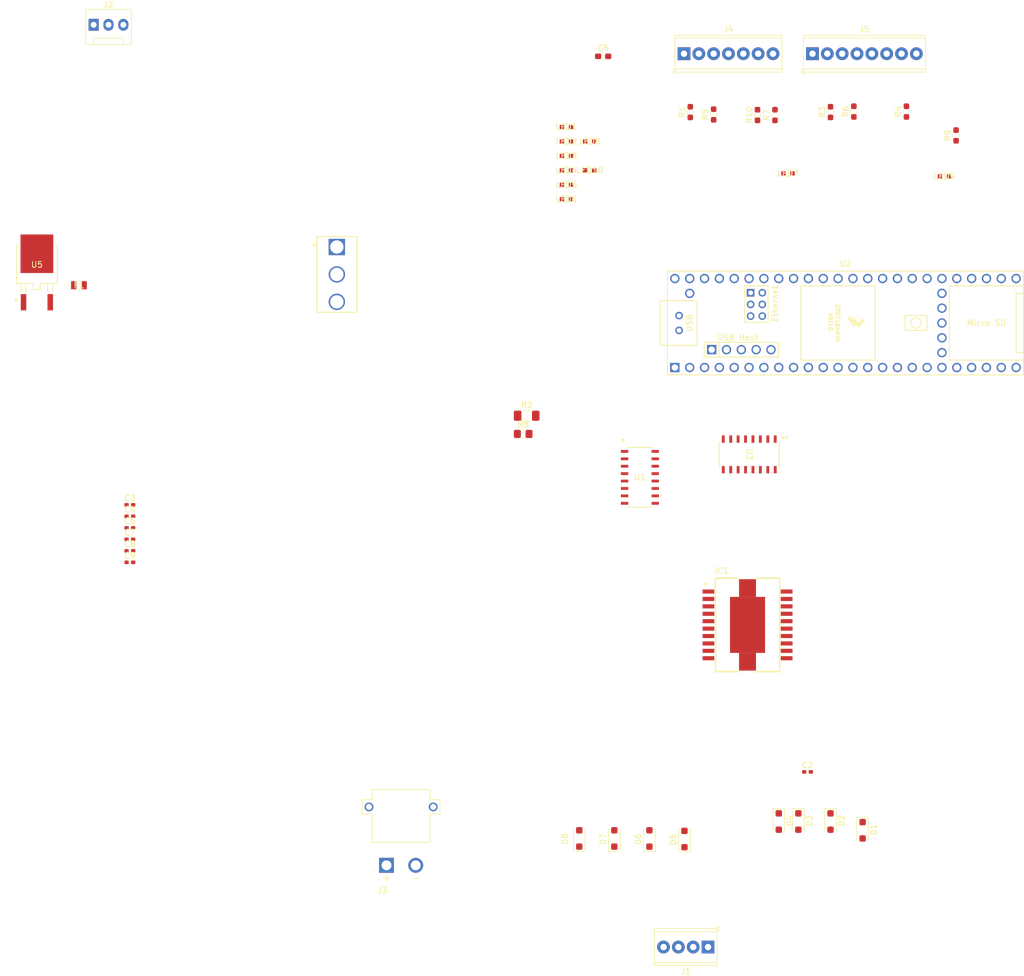
<source format=kicad_pcb>
(kicad_pcb (version 20221018) (generator pcbnew)
  (layers (0 "F.Cu" signal) (31 "B.Cu" signal) (34 "B.Paste" user) (35 "F.Paste" user) (36 "B.SilkS" user "B.Silkscreen") (37 "F.SilkS" user "F.Silkscreen") (38 "B.Mask" user) (39 "F.Mask" user) (44 "Edge.Cuts" user))
  (net 0 "")
  (net 1 "Net-(D1-K)")
  (net 2 "OUT 1")
  (net 3 "OUT 2")
  (net 4 "Net-(D3-K)")
  (net 5 "OUT 3")
  (net 6 "OUT 4")
  (net 7 "GND")
  (net 8 "Signal")
  (net 9 "+3.3V")
  (net 12 "7.4V Battery")
  (net 13 "Pin 1 (5v to MD)")
  (net 14 "Pin 5 (PWM for Speed 5v)")
  (net 15 "Pin 2 (5v to MD)")
  (net 16 "+5V")
  (net 17 "Pin 3 (5v to MD)")
  (net 18 "Pin 6 (PWM for Speed 5v)")
  (net 19 "Pin 4 (5v to MD)")
  (net 24 "Pin 1 (3.3v sig MD)")
  (net 25 "Pin 2 (3.3v sig MD)")
  (net 28 "Pin 3 (3.3v sig MD)")
  (net 29 "Pin 4 (3.3v sig MD)")
  (net 32 "Pin 5 (PWM for Speed 3.3v)")
  (net 33 "Pin 6 (PWM for Speed 3.3v)")
  (net 62 "Signal IR 1 (3.3v)")
  (net 63 "Signal IR 2 (3.3v)")
  (net 64 "Signal IR 3 (3.3v)")
  (net 65 "Signal IR 4 (3.3v)")
  (net 66 "Signal IR 5 (3.3v)")
  (net 67 "Signal Line Sense 1 (3.3v)")
  (net 68 "Signal Line Sense 2 (3.3v)")
  (net 85 "7.4V Battery(Pre Switch)")
  (net 86 "7.4V Battery(Pre fuse)")
  (net 87 "Net-(LED1-Pad2)")
  (net 88 "Net-(LED2-Pad2)")
  (net 89 "Net-(LED3-Pad2)")
  (net 90 "Net-(LED4-Pad2)")
  (net 91 "Net-(LED5-Pad2)")
  (net 92 "Net-(LED6-Pad2)")
  (net 93 "Net-(LED7-Pad2)")
  (net 94 "Net-(LED8-Pad2)")
  (net 95 "Net-(LED9-Pad2)")
  (net 96 "Net-(LED10-Pad2)")
  (footprint "Resistor_SMD:R_0603_1608Metric_Pad0.98x0.95mm_HandSolder" (layer "F.Cu") (at 182.5 39 90)
    (fp_text reference "R9" (at 0 -1.43 90) (layer "F.SilkS"))
    (fp_text value "R")
    (pad "1" smd roundrect (at -0.9125 0 90) (size 0.975 0.95) (layers "F.Cu" "F.Paste" "F.Mask") (net 95 "Net-(LED9-Pad2)"))
    (pad "2" smd roundrect (at 0.9125 0 90) (size 0.975 0.95) (layers "F.Cu" "F.Paste" "F.Mask") (net 62 "Signal IR 1 (3.3v)"))
  )
  (footprint "Wasabi(Footprints):MFU08055.00TR-ND(footprint)" (layer "F.Cu") (at 32.3556 64.6537)
    (fp_text reference "F1" (at 0 0 unlocked) (layer "F.SilkS"))
    (fp_text value "MFU0805FF05000P100")
    (pad "1" smd rect (at -0.89535 0) (size 0.9017 1.397) (layers "F.Cu" "F.Paste" "F.Mask") (net 86 "7.4V Battery(Pre fuse)"))
    (pad "2" smd rect (at 0.89535 0) (size 0.9017 1.397) (layers "F.Cu" "F.Paste" "F.Mask") (net 85 "7.4V Battery(Pre Switch)"))
  )
  (footprint "Resistor_SMD:R_0805_2012Metric_Pad1.20x1.40mm_HandSolder" (layer "F.Cu") (at 108.4 90.12)
    (fp_text reference "R8" (at 0 -1.65) (layer "F.SilkS"))
    (fp_text value "R")
    (pad "1" smd roundrect (at -1 0) (size 1.2 1.4) (layers "F.Cu" "F.Paste" "F.Mask") (roundrect_rratio 0.208333) (net 94 "Net-(LED8-Pad2)"))
    (pad "2" smd roundrect (at 1 0) (size 1.2 1.4) (layers "F.Cu" "F.Paste" "F.Mask") (roundrect_rratio 0.208333) (net 16 "+5V"))
  )
  (footprint "Wasabi(Footprints):7pinScrewTerminal(footprint)" (layer "F.Cu") (at 135.92 25)
    (fp_text reference "J4" (at 7.62 -4.16) (layer "F.SilkS"))
    (fp_text value "Screw_Terminal_01x07")
    (pad "1" thru_hole rect (at 0 0) (size 2.2 2.2) (drill 1.1) (layers "*.Cu" "*.Mask") (net 7 "GND"))
    (pad "2" thru_hole circle (at 2.54 0) (size 2.2 2.2) (drill 1.1) (layers "*.Cu" "*.Mask") (net 9 "+3.3V"))
    (pad "3" thru_hole circle (at 5.08 0) (size 2.2 2.2) (drill 1.1) (layers "*.Cu" "*.Mask") (net 68 "Signal Line Sense 2 (3.3v)"))
    (pad "4" thru_hole circle (at 7.62 0) (size 2.2 2.2) (drill 1.1) (layers "*.Cu" "*.Mask") (net 7 "GND"))
    (pad "5" thru_hole circle (at 10.16 0) (size 2.2 2.2) (drill 1.1) (layers "*.Cu" "*.Mask") (net 9 "+3.3V"))
    (pad "6" thru_hole circle (at 12.7 0) (size 2.2 2.2) (drill 1.1) (layers "*.Cu" "*.Mask") (net 67 "Signal Line Sense 1 (3.3v)"))
    (pad "7" thru_hole circle (at 15.24 0) (size 2.2 2.2) (drill 1.1) (layers "*.Cu" "*.Mask") (net 66 "Signal IR 5 (3.3v)"))
  )
  (footprint "Wasabi(Footprints):LED_LTST-C191KRKT_LTO(footprint)" (layer "F.Cu") (at 115.8029 40.0268)
    (fp_text reference "LED2" (at 0 0 unlocked) (layer "F.SilkS"))
    (fp_text value "LTST-C191KRKT")
    (pad "1" smd rect (at -0.7747 0) (size 0.762 0.7112) (layers "F.Cu" "F.Paste" "F.Mask") (net 7 "GND"))
    (pad "2" smd rect (at 0.7747 0) (size 0.762 0.7112) (layers "F.Cu" "F.Paste" "F.Mask") (net 88 "Net-(LED2-Pad2)"))
  )
  (footprint "Resistor_SMD:R_1206_3216Metric_Pad1.30x1.75mm_HandSolder" (layer "F.Cu") (at 109 87)
    (fp_text reference "R2" (at 0 -1.82) (layer "F.SilkS"))
    (fp_text value "R")
    (pad "1" smd roundrect (at -1.55 0) (size 1.3 1.75) (layers "F.Cu" "F.Paste" "F.Mask") (roundrect_rratio 0.192308) (net 88 "Net-(LED2-Pad2)"))
    (pad "2" smd roundrect (at 1.55 0) (size 1.3 1.75) (layers "F.Cu" "F.Paste" "F.Mask") (roundrect_rratio 0.192308) (net 12 "7.4V Battery"))
  )
  (footprint "Diode_SMD:D_SOD-123F" (layer "F.Cu") (at 166.5 158 -90)
    (fp_text reference "D1" (at -0.127 -1.905 90) (layer "F.SilkS"))
    (fp_text value "RF01VM2S")
    (pad "1" smd roundrect (at -1.4 0 270) (size 1.1 1.1) (layers "F.Cu" "F.Paste" "F.Mask") (roundrect_rratio 0.2272727273) (net 1 "Net-(D1-K)"))
    (pad "2" smd roundrect (at 1.4 0 270) (size 1.1 1.1) (layers "F.Cu" "F.Paste" "F.Mask") (roundrect_rratio 0.2272727273) (net 2 "OUT 1"))
  )
  (footprint "Diode_SMD:D_SOD-123F" (layer "F.Cu") (at 155.5 156.5 -90)
    (fp_text reference "D3" (at -0.127 -1.905 90) (layer "F.SilkS"))
    (fp_text value "RF01VM2S")
    (pad "1" smd roundrect (at -1.4 0 270) (size 1.1 1.1) (layers "F.Cu" "F.Paste" "F.Mask") (roundrect_rratio 0.2272727273) (net 4 "Net-(D3-K)"))
    (pad "2" smd roundrect (at 1.4 0 270) (size 1.1 1.1) (layers "F.Cu" "F.Paste" "F.Mask") (roundrect_rratio 0.2272727273) (net 5 "OUT 3"))
  )
  (footprint "Wasabi(Footprints):LED_LTST-C191KRKT_LTO(footprint)" (layer "F.Cu") (at 153.7253 45.5)
    (fp_text reference "LED7" (at 0 0 unlocked) (layer "F.SilkS"))
    (fp_text value "LTST-C191KRKT")
    (pad "1" smd rect (at -0.7747 0) (size 0.762 0.7112) (layers "F.Cu" "F.Paste" "F.Mask") (net 7 "GND"))
    (pad "2" smd rect (at 0.7747 0) (size 0.762 0.7112) (layers "F.Cu" "F.Paste" "F.Mask") (net 93 "Net-(LED7-Pad2)"))
  )
  (footprint "Wasabi(Footprints):LED_LTST-C191KRKT_LTO(footprint)" (layer "F.Cu") (at 115.8029 47.4464)
    (fp_text reference "LED5" (at 0 0 unlocked) (layer "F.SilkS"))
    (fp_text value "LTST-C191KRKT")
    (pad "1" smd rect (at -0.7747 0) (size 0.762 0.7112) (layers "F.Cu" "F.Paste" "F.Mask") (net 7 "GND"))
    (pad "2" smd rect (at 0.7747 0) (size 0.762 0.7112) (layers "F.Cu" "F.Paste" "F.Mask") (net 91 "Net-(LED5-Pad2)"))
  )
  (footprint "Resistor_SMD:R_0603_1608Metric_Pad0.98x0.95mm_HandSolder" (layer "F.Cu") (at 141 35.4125 90)
    (fp_text reference "R5" (at 0 -1.43 90) (layer "F.SilkS"))
    (fp_text value "R")
    (pad "1" smd roundrect (at -0.9125 0 90) (size 0.975 0.95) (layers "F.Cu" "F.Paste" "F.Mask") (net 91 "Net-(LED5-Pad2)"))
    (pad "2" smd roundrect (at 0.9125 0 90) (size 0.975 0.95) (layers "F.Cu" "F.Paste" "F.Mask") (net 68 "Signal Line Sense 2 (3.3v)"))
  )
  (footprint "Wasabi(Footprints):LED_LTST-C191KRKT_LTO(footprint)" (layer "F.Cu") (at 115.8029 49.9196)
    (fp_text reference "LED6" (at 0 0 unlocked) (layer "F.SilkS"))
    (fp_text value "LTST-C191KRKT")
    (pad "1" smd rect (at -0.7747 0) (size 0.762 0.7112) (layers "F.Cu" "F.Paste" "F.Mask") (net 7 "GND"))
    (pad "2" smd rect (at 0.7747 0) (size 0.762 0.7112) (layers "F.Cu" "F.Paste" "F.Mask") (net 92 "Net-(LED6-Pad2)"))
  )
  (footprint "Wasabi(Footprints):AMASS_XT30PW-M(footprint)" (layer "F.Cu") (at 87.5 154)
    (fp_text reference "J3" (at -3.175 14.2875) (layer "F.SilkS"))
    (fp_text value "XT30PW-M")
    (pad "N" thru_hole circle (at 2.5 10) (size 2.55 2.55) (drill 1.7) (layers "*.Cu" "*.Mask") (net 7 "GND"))
    (pad "P" thru_hole rect (at -2.5 10) (size 2.55 2.55) (drill 1.7) (layers "*.Cu" "*.Mask") (net 86 "7.4V Battery(Pre fuse)"))
    (pad "S1" thru_hole circle (at 5.5 0) (size 1.508 1.508) (drill 1) (layers "*.Cu" "*.Mask"))
    (pad "S2" thru_hole circle (at -5.5 0) (size 1.508 1.508) (drill 1) (layers "*.Cu" "*.Mask"))
  )
  (footprint "Resistor_SMD:R_0603_1608Metric_Pad0.98x0.95mm_HandSolder" (layer "F.Cu") (at 137 35 90)
    (fp_text reference "R1" (at 0 -1.43 90) (layer "F.SilkS"))
    (fp_text value "R")
    (pad "1" smd roundrect (at -0.9125 0 90) (size 0.975 0.95) (layers "F.Cu" "F.Paste" "F.Mask") (net 87 "Net-(LED1-Pad2)"))
    (pad "2" smd roundrect (at 0.9125 0 90) (size 0.975 0.95) (layers "F.Cu" "F.Paste" "F.Mask") (net 9 "+3.3V"))
  )
  (footprint "Wasabi(Footprints):LED_LTST-C191KRKT_LTO(footprint)" (layer "F.Cu") (at 115.8029 42.5)
    (fp_text reference "LED3" (at 0 0 unlocked) (layer "F.SilkS"))
    (fp_text value "LTST-C191KRKT")
    (pad "1" smd rect (at -0.7747 0) (size 0.762 0.7112) (layers "F.Cu" "F.Paste" "F.Mask") (net 7 "GND"))
    (pad "2" smd rect (at 0.7747 0) (size 0.762 0.7112) (layers "F.Cu" "F.Paste" "F.Mask") (net 89 "Net-(LED3-Pad2)"))
  )
  (footprint "Wasabi(Footprints):LED_LTST-C191KRKT_LTO(footprint)" (layer "F.Cu") (at 115.8029 37.5536)
    (fp_text reference "LED1" (at 0 0 unlocked) (layer "F.SilkS"))
    (fp_text value "LTST-C191KRKT")
    (pad "1" smd rect (at -0.7747 0) (size 0.762 0.7112) (layers "F.Cu" "F.Paste" "F.Mask") (net 7 "GND"))
    (pad "2" smd rect (at 0.7747 0) (size 0.762 0.7112) (layers "F.Cu" "F.Paste" "F.Mask") (net 87 "Net-(LED1-Pad2)"))
  )
  (footprint "Wasabi(Footprints):4pinScrewTerminal(footprint)" (layer "F.Cu") (at 140.04 178 180)
    (fp_text reference "J1" (at 3.81 -4.16) (layer "F.SilkS"))
    (fp_text value "Screw_Terminal_01x04")
    (pad "1" thru_hole rect (at 0 0 180) (size 2.2 2.2) (drill 1.1) (layers "*.Cu" "*.Mask") (net 2 "OUT 1"))
    (pad "2" thru_hole circle (at 2.54 0 180) (size 2.2 2.2) (drill 1.1) (layers "*.Cu" "*.Mask") (net 3 "OUT 2"))
    (pad "3" thru_hole circle (at 5.08 0 180) (size 2.2 2.2) (drill 1.1) (layers "*.Cu" "*.Mask") (net 5 "OUT 3"))
    (pad "4" thru_hole circle (at 7.62 0 180) (size 2.2 2.2) (drill 1.1) (layers "*.Cu" "*.Mask") (net 6 "OUT 4"))
  )
  (footprint "Wasabi(Footprints):L298p(footprint)" (layer "F.Cu") (at 146.8 122.825)
    (fp_text reference "IC1" (at -4.447665 -9.276585) (layer "F.SilkS") (effects (font (size 1.000606 1.000606))))
    (fp_text value "L298P")
    (pad "1" smd rect (at -6.7 -5.715) (size 2 0.7) (layers "F.Cu" "F.Paste" "F.Mask") (net 7 "GND"))
    (pad "2" smd rect (at -6.7 -4.445) (size 2 0.7) (layers "F.Cu" "F.Paste" "F.Mask"))
    (pad "3" smd rect (at -6.7 -3.175) (size 2 0.7) (layers "F.Cu" "F.Paste" "F.Mask"))
    (pad "4" smd rect (at -6.7 -1.905) (size 2 0.7) (layers "F.Cu" "F.Paste" "F.Mask") (net 2 "OUT 1"))
    (pad "5" smd rect (at -6.7 -0.635) (size 2 0.7) (layers "F.Cu" "F.Paste" "F.Mask") (net 3 "OUT 2"))
    (pad "6" smd rect (at -6.7 0.635) (size 2 0.7) (layers "F.Cu" "F.Paste" "F.Mask") (net 12 "7.4V Battery"))
    (pad "7" smd rect (at -6.7 1.905) (size 2 0.7) (layers "F.Cu" "F.Paste" "F.Mask") (net 13 "Pin 1 (5v to MD)"))
    (pad "8" smd rect (at -6.7 3.175) (size 2 0.7) (layers "F.Cu" "F.Paste" "F.Mask") (net 14 "Pin 5 (PWM for Speed 5v)"))
    (pad "9" smd rect (at -6.7 4.445) (size 2 0.7) (layers "F.Cu" "F.Paste" "F.Mask") (net 15 "Pin 2 (5v to MD)"))
    (pad "10" smd rect (at -6.7 5.715) (size 2 0.7) (layers "F.Cu" "F.Paste" "F.Mask") (net 7 "GND"))
    (pad "11" smd rect (at 6.7 5.715) (size 2 0.7) (layers "F.Cu" "F.Paste" "F.Mask") (net 7 "GND"))
    (pad "12" smd rect (at 6.7 4.445) (size 2 0.7) (layers "F.Cu" "F.Paste" "F.Mask") (net 16 "+5V"))
    (pad "13" smd rect (at 6.7 3.175) (size 2 0.7) (layers "F.Cu" "F.Paste" "F.Mask") (net 17 "Pin 3 (5v to MD)"))
    (pad "14" smd rect (at 6.7 1.905) (size 2 0.7) (layers "F.Cu" "F.Paste" "F.Mask") (net 18 "Pin 6 (PWM for Speed 5v)"))
    (pad "15" smd rect (at 6.7 0.635) (size 2 0.7) (layers "F.Cu" "F.Paste" "F.Mask") (net 19 "Pin 4 (5v to MD)"))
    (pad "16" smd rect (at 6.7 -0.635) (size 2 0.7) (layers "F.Cu" "F.Paste" "F.Mask") (net 5 "OUT 3"))
    (pad "17" smd rect (at 6.7 -1.905) (size 2 0.7) (layers "F.Cu" "F.Paste" "F.Mask") (net 6 "OUT 4"))
    (pad "18" smd rect (at 6.7 -3.175) (size 2 0.7) (layers "F.Cu" "F.Paste" "F.Mask"))
    (pad "19" smd rect (at 6.7 -4.445) (size 2 0.7) (layers "F.Cu" "F.Paste" "F.Mask"))
    (pad "20" smd rect (at 6.7 -5.715) (size 2 0.7) (layers "F.Cu" "F.Paste" "F.Mask") (net 7 "GND"))
    (pad "21" smd rect (at 0 0 270) (size 9.6 6) (layers "F.Cu" "F.Mask"))
    (pad "22" smd rect (at 0 -6.3 90) (size 3.05 2.9) (layers "F.Cu" "F.Mask"))
    (pad "23" smd rect (at 0 6.3 90) (size 3.05 2.9) (layers "F.Cu" "F.Mask"))
  )
  (footprint "Capacitor_SMD:C_0402_1005Metric_Pad0.74x0.62mm_HandSolder" (layer "F.Cu") (at 41.07 108.17)
    (fp_text reference "C7" (at 0 -1.16) (layer "F.SilkS"))
    (fp_text value "C")
    (pad "1" smd roundrect (at -0.5675 0) (size 0.735 0.62) (layers "F.Cu" "F.Paste" "F.Mask") (net 7 "GND"))
    (pad "2" smd roundrect (at 0.5675 0) (size 0.735 0.62) (layers "F.Cu" "F.Paste" "F.Mask") (net 9 "+3.3V"))
  )
  (footprint "Wasabi(Footprints):Teensy41 (footprint NEW)" (layer "F.Cu") (at 163.57 71.12)
    (fp_text reference "U2" (at 0 -10.16) (layer "F.SilkS"))
    (fp_text value "Teensy4.1")
    (fp_text user "DVJ6A" (at -2.54 -0.18 -90) (layer "F.SilkS") (effects (font (size 0.7 0.7))))
    (fp_text user "MIMXRT1062" (at -1.27 0 -90) (layer "F.SilkS") (effects (font (size 0.7 0.7))))
    (fp_text user "Micro SD" (at 24.13 0) (layer "F.SilkS"))
    (fp_text user "USB" (at -26.67 0 270) (layer "F.SilkS"))
    (fp_text user "Ethernet" (at -12.065 -3.2766 90) (layer "F.SilkS"))
    (fp_text user "USB Host" (at -18.4658 2.4892) (layer "F.SilkS"))
    (pad "1" thru_hole rect (at -29.21 7.62) (size 1.6 1.6) (drill 1.1) (layers "*.Cu" "*.Mask") (net 7 "GND"))
    (pad "2" thru_hole circle (at -26.67 7.62) (size 1.6 1.6) (drill 1.1) (layers "*.Cu" "*.Mask"))
    (pad "3" thru_hole circle (at -24.13 7.62) (size 1.6 1.6) (drill 1.1) (layers "*.Cu" "*.Mask") (net 24 "Pin 1 (3.3v sig MD)"))
    (pad "4" thru_hole circle (at -21.59 7.62) (size 1.6 1.6) (drill 1.1) (layers "*.Cu" "*.Mask") (net 25 "Pin 2 (3.3v sig MD)"))
    (pad "5" thru_hole circle (at -19.05 7.62) (size 1.6 1.6) (drill 1.1) (layers "*.Cu" "*.Mask") (net 28 "Pin 3 (3.3v sig MD)"))
    (pad "6" thru_hole circle (at -16.51 7.62) (size 1.6 1.6) (drill 1.1) (layers "*.Cu" "*.Mask") (net 29 "Pin 4 (3.3v sig MD)"))
    (pad "7" thru_hole circle (at -13.97 7.62) (size 1.6 1.6) (drill 1.1) (layers "*.Cu" "*.Mask") (net 32 "Pin 5 (PWM for Speed 3.3v)"))
    (pad "8" thru_hole circle (at -11.43 7.62) (size 1.6 1.6) (drill 1.1) (layers "*.Cu" "*.Mask") (net 33 "Pin 6 (PWM for Speed 3.3v)"))
    (pad "9" thru_hole circle (at -8.89 7.62) (size 1.6 1.6) (drill 1.1) (layers "*.Cu" "*.Mask"))
    (pad "10" thru_hole circle (at -6.35 7.62) (size 1.6 1.6) (drill 1.1) (layers "*.Cu" "*.Mask"))
    (pad "11" thru_hole circle (at -3.81 7.62) (size 1.6 1.6) (drill 1.1) (layers "*.Cu" "*.Mask"))
    (pad "12" thru_hole circle (at -1.27 7.62) (size 1.6 1.6) (drill 1.1) (layers "*.Cu" "*.Mask"))
    (pad "13" thru_hole circle (at 1.27 7.62) (size 1.6 1.6) (drill 1.1) (layers "*.Cu" "*.Mask"))
    (pad "14" thru_hole circle (at 3.81 7.62) (size 1.6 1.6) (drill 1.1) (layers "*.Cu" "*.Mask"))
    (pad "15" thru_hole circle (at 6.35 7.62) (size 1.6 1.6) (drill 1.1) (layers "*.Cu" "*.Mask") (net 9 "+3.3V"))
    (pad "16" thru_hole circle (at 8.89 7.62) (size 1.6 1.6) (drill 1.1) (layers "*.Cu" "*.Mask"))
    (pad "17" thru_hole circle (at 11.43 7.62) (size 1.6 1.6) (drill 1.1) (layers "*.Cu" "*.Mask"))
    (pad "18" thru_hole circle (at 13.97 7.62) (size 1.6 1.6) (drill 1.1) (layers "*.Cu" "*.Mask"))
    (pad "19" thru_hole circle (at 16.51 7.62) (size 1.6 1.6) (drill 1.1) (layers "*.Cu" "*.Mask"))
    (pad "20" thru_hole circle (at 19.05 7.62) (size 1.6 1.6) (drill 1.1) (layers "*.Cu" "*.Mask"))
    (pad "21" thru_hole circle (at 21.59 7.62) (size 1.6 1.6) (drill 1.1) (layers "*.Cu" "*.Mask"))
    (pad "22" thru_hole circle (at 24.13 7.62) (size 1.6 1.6) (drill 1.1) (layers "*.Cu" "*.Mask"))
    (pad "23" thru_hole circle (at 26.67 7.62) (size 1.6 1.6) (drill 1.1) (layers "*.Cu" "*.Mask"))
    (pad "24" thru_hole circle (at 29.21 7.62) (size 1.6 1.6) (drill 1.1) (layers "*.Cu" "*.Mask"))
    (pad "25" thru_hole circle (at 29.21 -7.62) (size 1.6 1.6) (drill 1.1) (layers "*.Cu" "*.Mask"))
    (pad "26" thru_hole circle (at 26.67 -7.62) (size 1.6 1.6) (drill 1.1) (layers "*.Cu" "*.Mask"))
    (pad "27" thru_hole circle (at 24.13 -7.62) (size 1.6 1.6) (drill 1.1) (layers "*.Cu" "*.Mask"))
    (pad "28" thru_hole circle (at 21.59 -7.62) (size 1.6 1.6) (drill 1.1) (layers "*.Cu" "*.Mask"))
    (pad "29" thru_hole circle (at 19.05 -7.62) (size 1.6 1.6) (drill 1.1) (layers "*.Cu" "*.Mask"))
    (pad "30" thru_hole circle (at 16.51 -7.62) (size 1.6 1.6) (drill 1.1) (layers "*.Cu" "*.Mask"))
    (pad "31" thru_hole circle (at 13.97 -7.62) (size 1.6 1.6) (drill 1.1) (layers "*.Cu" "*.Mask"))
    (pad "32" thru_hole circle (at 11.43 -7.62) (size 1.6 1.6) (drill 1.1) (layers "*.Cu" "*.Mask"))
    (pad "33" thru_hole circle (at 8.89 -7.62) (size 1.6 1.6) (drill 1.1) (layers "*.Cu" "*.Mask"))
    (pad "34" thru_hole circle (at 6.35 -7.62) (size 1.6 1.6) (drill 1.1) (layers "*.Cu" "*.Mask") (net 7 "GND"))
    (pad "35" thru_hole circle (at 3.81 -7.62) (size 1.6 1.6) (drill 1.1) (layers "*.Cu" "*.Mask"))
    (pad "36" thru_hole circle (at 1.27 -7.62) (size 1.6 1.6) (drill 1.1) (layers "*.Cu" "*.Mask"))
    (pad "37" thru_hole circle (at -1.27 -7.62) (size 1.6 1.6) (drill 1.1) (layers "*.Cu" "*.Mask"))
    (pad "38" thru_hole circle (at -3.81 -7.62) (size 1.6 1.6) (drill 1.1) (layers "*.Cu" "*.Mask"))
    (pad "39" thru_hole circle (at -6.35 -7.62) (size 1.6 1.6) (drill 1.1) (layers "*.Cu" "*.Mask") (net 62 "Signal IR 1 (3.3v)"))
    (pad "40" thru_hole circle (at -8.89 -7.62) (size 1.6 1.6) (drill 1.1) (layers "*.Cu" "*.Mask") (net 63 "Signal IR 2 (3.3v)"))
    (pad "41" thru_hole circle (at -11.43 -7.62) (size 1.6 1.6) (drill 1.1) (layers "*.Cu" "*.Mask") (net 64 "Signal IR 3 (3.3v)"))
    (pad "42" thru_hole circle (at -13.97 -7.62) (size 1.6 1.6) (drill 1.1) (layers "*.Cu" "*.Mask") (net 65 "Signal IR 4 (3.3v)"))
    (pad "43" thru_hole circle (at -16.51 -7.62) (size 1.6 1.6) (drill 1.1) (layers "*.Cu" "*.Mask") (net 66 "Signal IR 5 (3.3v)"))
    (pad "44" thru_hole circle (at -19.05 -7.62) (size 1.6 1.6) (drill 1.1) (layers "*.Cu" "*.Mask") (net 67 "Signal Line Sense 1 (3.3v)"))
    (pad "45" thru_hole circle (at -21.59 -7.62) (size 1.6 1.6) (drill 1.1) (layers "*.Cu" "*.Mask") (net 68 "Signal Line Sense 2 (3.3v)"))
    (pad "46" thru_hole circle (at -24.13 -7.62) (size 1.6 1.6) (drill 1.1) (layers "*.Cu" "*.Mask") (net 9 "+3.3V"))
    (pad "47" thru_hole circle (at -26.67 -7.62) (size 1.6 1.6) (drill 1.1) (layers "*.Cu" "*.Mask") (net 7 "GND"))
    (pad "48" thru_hole circle (at -29.21 -7.62) (size 1.6 1.6) (drill 1.1) (layers "*.Cu" "*.Mask") (net 16 "+5V"))
    (pad "49" thru_hole circle (at -26.67 -5.08) (size 1.6 1.6) (drill 1.1) (layers "*.Cu" "*.Mask"))
    (pad "50" thru_hole circle (at 16.51 5.08) (size 1.6 1.6) (drill 1.1) (layers "*.Cu" "*.Mask"))
    (pad "51" thru_hole circle (at 16.51 2.54) (size 1.6 1.6) (drill 1.1) (layers "*.Cu" "*.Mask"))
    (pad "52" thru_hole circle (at 16.51 0) (size 1.6 1.6) (drill 1.1) (layers "*.Cu" "*.Mask"))
    (pad "53" thru_hole circle (at 16.51 -2.54) (size 1.6 1.6) (drill 1.1) (layers "*.Cu" "*.Mask"))
    (pad "54" thru_hole circle (at 16.51 -5.08) (size 1.6 1.6) (drill 1.1) (layers "*.Cu" "*.Mask"))
    (pad "55" thru_hole rect (at -22.9108 4.5692) (size 1.6 1.6) (drill 1.1) (layers "*.Cu" "*.Mask"))
    (pad "56" thru_hole circle (at -20.3708 4.5692) (size 1.6 1.6) (drill 1.1) (layers "*.Cu" "*.Mask"))
    (pad "57" thru_hole circle (at -17.8308 4.5692) (size 1.6 1.6) (drill 1.1) (layers "*.Cu" "*.Mask"))
    (pad "58" thru_hole circle (at -15.2908 4.5692) (size 1.6 1.6) (drill 1.1) (layers "*.Cu" "*.Mask"))
    (pad "59" thru_hole circle (at -12.7508 4.5692) (size 1.6 1.6) (drill 1.1) (layers "*.Cu" "*.Mask"))
    (pad "60" thru_hole rect (at -16.24 -5.1816) (size 1.3 1.3) (drill 0.8) (layers "*.Cu" "*.Mask"))
    (pad "61" thru_hole circle (at -16.24 -3.1816) (size 1.3 1.3) (drill 0.8) (layers "*.Cu" "*.Mask"))
    (pad "62" thru_hole circle (at -16.24 -1.1816) (size 1.3 1.3) (drill 0.8) (layers "*.Cu" "*.Mask"))
    (pad "63" thru_hole circle (at -14.24 -1.1816) (size 1.3 1.3) (drill 0.8) (layers "*.Cu" "*.Mask"))
    (pad "64" thru_hole circle (at -14.24 -3.1816) (size 1.3 1.3) (drill 0.8) (layers "*.Cu" "*.Mask"))
    (pad "65" thru_hole circle (at -14.24 -5.1816) (size 1.3 1.3) (drill 0.8) (layers "*.Cu" "*.Mask"))
    (pad "66" thru_hole circle (at -28.48 -1.27) (size 1.3 1.3) (drill 0.8) (layers "*.Cu" "*.Mask"))
    (pad "67" thru_hole circle (at -28.48 1.27) (size 1.3 1.3) (drill 0.8) (layers "*.Cu" "*.Mask"))
  )
  (footprint "Capacitor_SMD:C_0402_1005Metric_Pad0.74x0.62mm_HandSolder" (layer "F.Cu") (at 41.07 106.2)
    (fp_text reference "C6" (at 0 -1.16) (layer "F.SilkS"))
    (fp_text value "C")
    (pad "1" smd roundrect (at -0.5675 0) (size 0.735 0.62) (layers "F.Cu" "F.Paste" "F.Mask") (net 7 "GND"))
    (pad "2" smd roundrect (at 0.5675 0) (size 0.735 0.62) (layers "F.Cu" "F.Paste" "F.Mask") (net 9 "+3.3V"))
  )
  (footprint "Capacitor_SMD:C_0402_1005Metric_Pad0.74x0.62mm_HandSolder" (layer "F.Cu") (at 41.07 102.26)
    (fp_text reference "C3" (at 0 -1.16) (layer "F.SilkS"))
    (fp_text value "C")
    (pad "1" smd roundrect (at -0.5675 0) (size 0.735 0.62) (layers "F.Cu" "F.Paste" "F.Mask") (net 7 "GND"))
    (pad "2" smd roundrect (at 0.5675 0) (size 0.735 0.62) (layers "F.Cu" "F.Paste" "F.Mask") (net 9 "+3.3V"))
  )
  (footprint "Wasabi(Footprints):LED_LTST-C191KRKT_LTO(footprint)" (layer "F.Cu") (at 119.7747 40.0268)
    (fp_text reference "LED8" (at 0 0 unlocked) (layer "F.SilkS"))
    (fp_text value "LTST-C191KRKT")
    (pad "1" smd rect (at -0.7747 0) (size 0.762 0.7112) (layers "F.Cu" "F.Paste" "F.Mask") (net 7 "GND"))
    (pad "2" smd rect (at 0.7747 0) (size 0.762 0.7112) (layers "F.Cu" "F.Paste" "F.Mask") (net 94 "Net-(LED8-Pad2)"))
  )
  (footprint "Connector:FanPinHeader_1x03_P2.54mm_Vertical" (layer "F.Cu") (at 34.87 20.05)
    (fp_text reference "J2" (at 2.5 -3.4) (layer "F.SilkS"))
    (fp_text value "Conn_01x03_Pin")
    (pad "1" thru_hole rect (at 0 0 90) (size 2.03 1.73) (drill 1.02) (layers "*.Cu" "*.Mask") (net 8 "Signal"))
    (pad "2" thru_hole oval (at 2.54 0 90) (size 2.03 1.73) (drill 1.02) (layers "*.Cu" "*.Mask") (net 7 "GND"))
    (pad "3" thru_hole oval (at 5.08 0 90) (size 2.03 1.73) (drill 1.02) (layers "*.Cu" "*.Mask") (net 9 "+3.3V"))
  )
  (footprint "Wasabi(Footprints):L78M05ABDT-TR(footprint)" (layer "F.Cu") (at 25.1547 61.1281)
    (fp_text reference "U5" (at 0 0 unlocked) (layer "F.SilkS"))
    (fp_text value "L78M05ABDT-TR")
    (fp_text user "*" (at -3.556 6.4389 unlocked) (layer "F.SilkS"))
    (fp_text user "*" (at -3.556 6.4389) (layer "F.SilkS"))
    (pad "1" smd rect (at -2.286 6.4389) (size 0.9398 2.794) (layers "F.Cu" "F.Paste" "F.Mask") (net 12 "7.4V Battery"))
    (pad "2" smd rect (at 2.286 6.4389) (size 0.9398 2.794) (layers "F.Cu" "F.Paste" "F.Mask") (net 16 "+5V"))
    (pad "3" smd rect (at 0 -1.8669) (size 5.6134 6.604) (layers "F.Cu" "F.Paste" "F.Mask") (net 7 "GND"))
  )
  (footprint "Capacitor_SMD:C_0402_1005Metric_Pad0.74x0.62mm_HandSolder" (layer "F.Cu") (at 41.07 112.11)
    (fp_text reference "C9" (at 0 -1.16) (layer "F.SilkS"))
    (fp_text value "C")
    (pad "1" smd roundrect (at -0.5675 0) (size 0.735 0.62) (layers "F.Cu" "F.Paste" "F.Mask") (net 7 "GND"))
    (pad "2" smd roundrect (at 0.5675 0) (size 0.735 0.62) (layers "F.Cu" "F.Paste" "F.Mask") (net 16 "+5V"))
  )
  (footprint "Resistor_SMD:R_0603_1608Metric_Pad0.98x0.95mm_HandSolder" (layer "F.Cu") (at 165 34.9125 90)
    (fp_text reference "R6" (at 0 -1.43 90) (layer "F.SilkS"))
    (fp_text value "R")
    (pad "1" smd roundrect (at -0.9125 0 90) (size 0.975 0.95) (layers "F.Cu" "F.Paste" "F.Mask") (net 92 "Net-(LED6-Pad2)"))
    (pad "2" smd roundrect (at 0.9125 0 90) (size 0.975 0.95) (layers "F.Cu" "F.Paste" "F.Mask") (net 64 "Signal IR 3 (3.3v)"))
  )
  (footprint "Resistor_SMD:R_0603_1608Metric_Pad0.98x0.95mm_HandSolder" (layer "F.Cu") (at 148.5 35.5 90)
    (fp_text reference "R10" (at 0 -1.43 90) (layer "F.SilkS"))
    (fp_text value "R")
    (pad "1" smd roundrect (at -0.9125 0 90) (size 0.975 0.95) (layers "F.Cu" "F.Paste" "F.Mask") (net 96 "Net-(LED10-Pad2)"))
    (pad "2" smd roundrect (at 0.9125 0 90) (size 0.975 0.95) (layers "F.Cu" "F.Paste" "F.Mask") (net 67 "Signal Line Sense 1 (3.3v)"))
  )
  (footprint "Resistor_SMD:R_0603_1608Metric_Pad0.98x0.95mm_HandSolder" (layer "F.Cu") (at 151.5 35.5 90)
    (fp_text reference "R7" (at 0 -1.43 90) (layer "F.SilkS"))
    (fp_text value "R")
    (pad "1" smd roundrect (at -0.9125 0 90) (size 0.975 0.95) (layers "F.Cu" "F.Paste" "F.Mask") (net 93 "Net-(LED7-Pad2)"))
    (pad "2" smd roundrect (at 0.9125 0 90) (size 0.975 0.95) (layers "F.Cu" "F.Paste" "F.Mask") (net 66 "Signal IR 5 (3.3v)"))
  )
  (footprint "Resistor_SMD:R_0603_1608Metric_Pad0.98x0.95mm_HandSolder" (layer "F.Cu") (at 174 34.9125 90)
    (fp_text reference "R4" (at 0 -1.43 90) (layer "F.SilkS"))
    (fp_text value "R")
    (pad "1" smd roundrect (at -0.9125 0 90) (size 0.975 0.95) (layers "F.Cu" "F.Paste" "F.Mask") (net 90 "Net-(LED4-Pad2)"))
    (pad "2" smd roundrect (at 0.9125 0 90) (size 0.975 0.95) (layers "F.Cu" "F.Paste" "F.Mask") (net 63 "Signal IR 2 (3.3v)"))
  )
  (footprint "Diode_SMD:D_SOD-123F" (layer "F.Cu") (at 161 156.5 -90)
    (fp_text reference "D2" (at -0.127 -1.905 90) (layer "F.SilkS"))
    (fp_text value "RF01VM2S")
    (pad "1" smd roundrect (at -1.4 0 270) (size 1.1 1.1) (layers "F.Cu" "F.Paste" "F.Mask") (roundrect_rratio 0.2272727273) (net 1 "Net-(D1-K)"))
    (pad "2" smd roundrect (at 1.4 0 270) (size 1.1 1.1) (layers "F.Cu" "F.Paste" "F.Mask") (roundrect_rratio 0.2272727273) (net 3 "OUT 2"))
  )
  (footprint "Diode_SMD:D_SOD-123F" (layer "F.Cu") (at 136 159.5 90)
    (fp_text reference "D5" (at -0.127 -1.905 90) (layer "F.SilkS"))
    (fp_text value "RF01VM2S")
    (pad "1" smd roundrect (at -1.4 0 90) (size 1.1 1.1) (layers "F.Cu" "F.Paste" "F.Mask") (roundrect_rratio 0.2272727273) (net 2 "OUT 1"))
    (pad "2" smd roundrect (at 1.4 0 90) (size 1.1 1.1) (layers "F.Cu" "F.Paste" "F.Mask") (roundrect_rratio 0.2272727273) (net 7 "GND"))
  )
  (footprint "Capacitor_SMD:C_0603_1608Metric_Pad1.08x0.95mm_HandSolder" (layer "F.Cu") (at 122.0875 25.45)
    (fp_text reference "C5" (at 0 -1.43) (layer "F.SilkS"))
    (fp_text value "C")
    (pad "1" smd roundrect (at -0.8625 0) (size 1.075 0.95) (layers "F.Cu" "F.Paste" "F.Mask") (net 12 "7.4V Battery"))
    (pad "2" smd roundrect (at 0.8625 0) (size 1.075 0.95) (layers "F.Cu" "F.Paste" "F.Mask") (net 7 "GND"))
  )
  (footprint "Wasabi(Footprints):HEF4104BT,653(footprint)" (layer "F.Cu") (at 128.37745 97.555)
    (fp_text reference "U1" (at 0 0 unlocked) (layer "F.SilkS"))
    (fp_text value "HEF4104BT_653")
    (fp_text user "*" (at -2.87655 -6.0706) (layer "F.SilkS"))
    (fp_text user "*" (at -2.87655 -6.0706 unlocked) (layer "F.SilkS"))
    (pad "1" smd rect (at -2.62255 -4.445) (size 1.2573 0.4826) (layers "F.Cu" "F.Paste" "F.Mask") (net 16 "+5V"))
    (pad "2" smd rect (at -2.62255 -3.175) (size 1.2573 0.4826) (layers "F.Cu" "F.Paste" "F.Mask"))
    (pad "3" smd rect (at -2.62255 -1.905) (size 1.2573 0.4826) (layers "F.Cu" "F.Paste" "F.Mask") (net 13 "Pin 1 (5v to MD)"))
    (pad "4" smd rect (at -2.62255 -0.635) (size 1.2573 0.4826) (layers "F.Cu" "F.Paste" "F.Mask") (net 24 "Pin 1 (3.3v sig MD)"))
    (pad "5" smd rect (at -2.62255 0.635) (size 1.2573 0.4826) (layers "F.Cu" "F.Paste" "F.Mask") (net 25 "Pin 2 (3.3v sig MD)"))
    (pad "6" smd rect (at -2.62255 1.905) (size 1.2573 0.4826) (layers "F.Cu" "F.Paste" "F.Mask") (net 15 "Pin 2 (5v to MD)"))
    (pad "7" smd rect (at -2.62255 3.175) (size 1.2573 0.4826) (layers "F.Cu" "F.Paste" "F.Mask"))
    (pad "8" smd rect (at -2.62255 4.445) (size 1.2573 0.4826) (layers "F.Cu" "F.Paste" "F.Mask") (net 7 "GND"))
    (pad "9" smd rect (at 2.62255 4.445) (size 1.2573 0.4826) (layers "F.Cu" "F.Paste" "F.Mask"))
    (pad "10" smd rect (at 2.62255 3.175) (size 1.2573 0.4826) (layers "F.Cu" "F.Paste" "F.Mask") (net 17 "Pin 3 (5v to MD)"))
    (pad "11" smd rect (at 2.62255 1.905) (size 1.2573 0.4826) (layers "F.Cu" "F.Paste" "F.Mask") (net 28 "Pin 3 (3.3v sig MD)"))
    (pad "12" smd rect (at 2.62255 0.635) (size 1.2573 0.4826) (layers "F.Cu" "F.Paste" "F.Mask") (net 29 "Pin 4 (3.3v sig MD)"))
    (pad "13" smd rect (at 2.62255 -0.635) (size 1.2573 0.4826) (layers "F.Cu" "F.Paste" "F.Mask") (net 19 "Pin 4 (5v to MD)"))
    (pad "14" smd rect (at 2.62255 -1.905) (size 1.2573 0.4826) (layers "F.Cu" "F.Paste" "F.Mask"))
    (pad "15" smd rect (at 2.62255 -3.175) (size 1.2573 0.4826) (layers "F.Cu" "F.Paste" "F.Mask") (net 16 "+5V"))
    (pad "16" smd rect (at 2.62255 -4.445) (size 1.2573 0.4826) (layers "F.Cu" "F.Paste" "F.Mask") (net 16 "+5V"))
  )
  (footprint "Capacitor_SMD:C_0402_1005Metric_Pad0.74x0.62mm_HandSolder" (layer "F.Cu") (at 41.07 110.14)
    (fp_text reference "C8" (at 0 -1.16) (layer "F.SilkS"))
    (fp_text value "C")
    (pad "1" smd roundrect (at -0.5675 0) (size 0.735 0.62) (layers "F.Cu" "F.Paste" "F.Mask") (net 7 "GND"))
    (pad "2" smd roundrect (at 0.5675 0) (size 0.735 0.62) (layers "F.Cu" "F.Paste" "F.Mask") (net 16 "+5V"))
  )
  (footprint "Capacitor_SMD:C_0402_1005Metric_Pad0.74x0.62mm_HandSolder" (layer "F.Cu") (at 41.07 104.23)
    (fp_text reference "C4" (at 0 -1.16) (layer "F.SilkS"))
    (fp_text value "C")
    (pad "1" smd roundrect (at -0.5675 0) (size 0.735 0.62) (layers "F.Cu" "F.Paste" "F.Mask") (net 7 "GND"))
    (pad "2" smd roundrect (at 0.5675 0) (size 0.735 0.62) (layers "F.Cu" "F.Paste" "F.Mask") (net 9 "+3.3V"))
  )
  (footprint "Diode_SMD:D_SOD-123F" (layer "F.Cu") (at 118 159.4 90)
    (fp_text reference "D8" (at -0.1 -2.5 90) (layer "F.SilkS"))
    (fp_text value "RF01VM2S")
    (pad "1" smd roundrect (at -1.4 0 90) (size 1.1 1.1) (layers "F.Cu" "F.Paste" "F.Mask") (roundrect_rratio 0.2272727273) (net 6 "OUT 4"))
    (pad "2" smd roundrect (at 1.4 0 90) (size 1.1 1.1) (layers "F.Cu" "F.Paste" "F.Mask") (roundrect_rratio 0.2272727273) (net 7 "GND"))
  )
  (footprint "Diode_SMD:D_SOD-123F" (layer "F.Cu") (at 124 159.4 90)
    (fp_text reference "D7" (at -0.127 -1.905 90) (layer "F.SilkS"))
    (fp_text value "RF01VM2S")
    (pad "1" smd roundrect (at -1.4 0 90) (size 1.1 1.1) (layers "F.Cu" "F.Paste" "F.Mask") (roundrect_rratio 0.2272727273) (net 5 "OUT 3"))
    (pad "2" smd roundrect (at 1.4 0 90) (size 1.1 1.1) (layers "F.Cu" "F.Paste" "F.Mask") (roundrect_rratio 0.2272727273) (net 7 "GND"))
  )
  (footprint "Wasabi(Footprints):8pinScrewTerminal(footprint)" (layer "F.Cu") (at 157.92 25)
    (fp_text reference "J5" (at 8.89 -4.16) (layer "F.SilkS"))
    (fp_text value "Screw_Terminal_01x08")
    (pad "1" thru_hole rect (at 0 0) (size 2.2 2.2) (drill 1.1) (layers "*.Cu" "*.Mask") (net 7 "GND"))
    (pad "2" thru_hole circle (at 2.54 0) (size 2.2 2.2) (drill 1.1) (layers "*.Cu" "*.Mask") (net 9 "+3.3V"))
    (pad "3" thru_hole circle (at 5.08 0) (size 2.2 2.2) (drill 1.1) (layers "*.Cu" "*.Mask") (net 65 "Signal IR 4 (3.3v)"))
    (pad "4" thru_hole circle (at 7.62 0) (size 2.2 2.2) (drill 1.1) (layers "*.Cu" "*.Mask") (net 64 "Signal IR 3 (3.3v)"))
    (pad "5" thru_hole circle (at 10.16 0) (size 2.2 2.2) (drill 1.1) (layers "*.Cu" "*.Mask") (net 7 "GND"))
    (pad "6" thru_hole circle (at 12.7 0) (size 2.2 2.2) (drill 1.1) (layers "*.Cu" "*.Mask") (net 9 "+3.3V"))
    (pad "7" thru_hole circle (at 15.24 0) (size 2.2 2.2) (drill 1.1) (layers "*.Cu" "*.Mask") (net 63 "Signal IR 2 (3.3v)"))
    (pad "8" thru_hole circle (at 17.78 0) (size 2.2 2.2) (drill 1.1) (layers "*.Cu" "*.Mask") (net 62 "Signal IR 1 (3.3v)"))
  )
  (footprint "Wasabi(Footprints):HEF4104BT,653(footprint)" (layer "F.Cu") (at 147.095 93.62255 -90)
    (fp_text reference "U3" (at 0 0 -90 unlocked) (layer "F.SilkS"))
    (fp_text value "HEF4104BT_653")
    (fp_text user "*" (at -2.87655 -6.0706 90) (layer "F.SilkS"))
    (fp_text user "*" (at -2.87655 -6.0706 -90 unlocked) (layer "F.SilkS"))
    (pad "1" smd rect (at -2.62255 -4.445 270) (size 1.2573 0.4826) (layers "F.Cu" "F.Paste" "F.Mask") (net 16 "+5V"))
    (pad "2" smd rect (at -2.62255 -3.175 270) (size 1.2573 0.4826) (layers "F.Cu" "F.Paste" "F.Mask"))
    (pad "3" smd rect (at -2.62255 -1.905 270) (size 1.2573 0.4826) (layers "F.Cu" "F.Paste" "F.Mask") (net 14 "Pin 5 (PWM for Speed 5v)"))
    (pad "4" smd rect (at -2.62255 -0.635 270) (size 1.2573 0.4826) (layers "F.Cu" "F.Paste" "F.Mask") (net 32 "Pin 5 (PWM for Speed 3.3v)"))
    (pad "5" smd rect (at -2.62255 0.635 270) (size 1.2573 0.4826) (layers "F.Cu" "F.Paste" "F.Mask") (net 33 "Pin 6 (PWM for Speed 3.3v)"))
    (pad "6" smd rect (at -2.62255 1.905 270) (size 1.2573 0.4826) (layers "F.Cu" "F.Paste" "F.Mask") (net 18 "Pin 6 (PWM for Speed 5v)"))
    (pad "7" smd rect (at -2.62255 3.175 270) (size 1.2573 0.4826) (layers "F.Cu" "F.Paste" "F.Mask"))
    (pad "8" smd rect (at -2.62255 4.445 270) (size 1.2573 0.4826) (layers "F.Cu" "F.Paste" "F.Mask") (net 7 "GND"))
    (pad "9" smd rect (at 2.62255 4.445 270) (size 1.2573 0.4826) (layers "F.Cu" "F.Paste" "F.Mask"))
    (pad "10" smd rect (at 2.62255 3.175 270) (size 1.2573 0.4826) (layers "F.Cu" "F.Paste" "F.Mask"))
    (pad "11" smd rect (at 2.62255 1.905 270) (size 1.2573 0.4826) (layers "F.Cu" "F.Paste" "F.Mask"))
    (pad "12" smd rect (at 2.62255 0.635 270) (size 1.2573 0.4826) (layers "F.Cu" "F.Paste" "F.Mask"))
    (pad "13" smd rect (at 2.62255 -0.635 270) (size 1.2573 0.4826) (layers "F.Cu" "F.Paste" "F.Mask"))
    (pad "14" smd rect (at 2.62255 -1.905 270) (size 1.2573 0.4826) (layers "F.Cu" "F.Paste" "F.Mask"))
    (pad "15" smd rect (at 2.62255 -3.175 270) (size 1.2573 0.4826) (layers "F.Cu" "F.Paste" "F.Mask") (net 16 "+5V"))
    (pad "16" smd rect (at 2.62255 -4.445 270) (size 1.2573 0.4826) (layers "F.Cu" "F.Paste" "F.Mask") (net 16 "+5V"))
  )
  (footprint "Wasabi(Footprints):LED_LTST-C191KRKT_LTO(footprint)" (layer "F.Cu") (at 119.7747 44.9732)
    (fp_text reference "LED10" (at 0 0 unlocked) (layer "F.SilkS"))
    (fp_text value "LTST-C191KRKT")
    (pad "1" smd rect (at -0.7747 0) (size 0.762 0.7112) (layers "F.Cu" "F.Paste" "F.Mask") (net 7 "GND"))
    (pad "2" smd rect (at 0.7747 0) (size 0.762 0.7112) (layers "F.Cu" "F.Paste" "F.Mask") (net 96 "Net-(LED10-Pad2)"))
  )
  (footprint "Wasabi(Footprints):LED_LTST-C191KRKT_LTO(footprint)" (layer "F.Cu") (at 115.8029 44.9732)
    (fp_text reference "LED4" (at 0 0 unlocked) (layer "F.SilkS"))
    (fp_text value "LTST-C191KRKT")
    (pad "1" smd rect (at -0.7747 0) (size 0.762 0.7112) (layers "F.Cu" "F.Paste" "F.Mask") (net 7 "GND"))
    (pad "2" smd rect (at 0.7747 0) (size 0.762 0.7112) (layers "F.Cu" "F.Paste" "F.Mask") (net 90 "Net-(LED4-Pad2)"))
  )
  (footprint "Wasabi(Footprints):LED_LTST-C191KRKT_LTO(footprint)" (layer "F.Cu") (at 180.5 46)
    (fp_text reference "LED9" (at 0 0 unlocked) (layer "F.SilkS"))
    (fp_text value "LTST-C191KRKT")
    (pad "1" smd rect (at -0.7747 0) (size 0.762 0.7112) (layers "F.Cu" "F.Paste" "F.Mask") (net 7 "GND"))
    (pad "2" smd rect (at 0.7747 0) (size 0.762 0.7112) (layers "F.Cu" "F.Paste" "F.Mask") (net 95 "Net-(LED9-Pad2)"))
  )
  (footprint "Diode_SMD:D_SOD-123F" (layer "F.Cu") (at 130 159.4 90)
    (fp_text reference "D6" (at -0.127 -1.905 90) (layer "F.SilkS"))
    (fp_text value "RF01VM2S")
    (pad "1" smd roundrect (at -1.4 0 90) (size 1.1 1.1) (layers "F.Cu" "F.Paste" "F.Mask") (roundrect_rratio 0.2272727273) (net 3 "OUT 2"))
    (pad "2" smd roundrect (at 1.4 0 90) (size 1.1 1.1) (layers "F.Cu" "F.Paste" "F.Mask") (roundrect_rratio 0.2272727273) (net 7 "GND"))
  )
  (footprint "Diode_SMD:D_SOD-123F" (layer "F.Cu") (at 152.15 156.5 -90)
    (fp_text reference "D4" (at -0.127 -1.905 90) (layer "F.SilkS"))
    (fp_text value "RF01VM2S")
    (pad "1" smd roundrect (at -1.4 0 270) (size 1.1 1.1) (layers "F.Cu" "F.Paste" "F.Mask") (roundrect_rratio 0.2272727273) (net 4 "Net-(D3-K)"))
    (pad "2" smd roundrect (at 1.4 0 270) (size 1.1 1.1) (layers "F.Cu" "F.Paste" "F.Mask") (roundrect_rratio 0.2272727273) (net 6 "OUT 4"))
  )
  (footprint "Resistor_SMD:R_0603_1608Metric_Pad0.98x0.95mm_HandSolder" (layer "F.Cu") (at 161 35 90)
    (fp_text reference "R3" (at 0 -1.43 90) (layer "F.SilkS"))
    (fp_text value "R")
    (pad "1" smd roundrect (at -0.9125 0 90) (size 0.975 0.95) (layers "F.Cu" "F.Paste" "F.Mask") (net 89 "Net-(LED3-Pad2)"))
    (pad "2" smd roundrect (at 0.9125 0 90) (size 0.975 0.95) (layers "F.Cu" "F.Paste" "F.Mask") (net 65 "Signal IR 4 (3.3v)"))
  )
  (footprint "Capacitor_SMD:C_0402_1005Metric_Pad0.74x0.62mm_HandSolder" (layer "F.Cu") (at 157.0675 148)
    (fp_text reference "C2" (at 0 -1.16) (layer "F.SilkS"))
    (fp_text value "C")
    (pad "1" smd roundrect (at -0.5675 0) (size 0.735 0.62) (layers "F.Cu" "F.Paste" "F.Mask") (net 4 "Net-(D3-K)"))
    (pad "2" smd roundrect (at 0.5675 0) (size 0.735 0.62) (layers "F.Cu" "F.Paste" "F.Mask") (net 12 "7.4V Battery"))
  )
  (footprint "Wasabi(Footprints):Switch1101M2S3CQE2(footprint)" (layer "F.Cu") (at 76.5 58.102)
    (fp_text reference "U4" (at 0 4.699 unlocked) (layer "F.SilkS"))
    (fp_text value "1101M2S3CQE2")
    (fp_text user "*" (at -3.81 0) (layer "F.SilkS"))
    (fp_text user "*" (at -3.81 0 unlocked) (layer "F.SilkS"))
    (pad "1" thru_hole rect (at 0 0) (size 2.794 2.794) (drill 2.286) (layers "*.Cu" "*.Mask"))
    (pad "2" thru_hole circle (at 0 4.699) (size 2.794 2.794) (drill 2.286) (layers "*.Cu" "*.Mask") (net 85 "7.4V Battery(Pre Switch)"))
    (pad "3" thru_hole circle (at 0 9.398) (size 2.794 2.794) (drill 2.286) (layers "*.Cu" "*.Mask") (net 12 "7.4V Battery"))
  )
)
</source>
